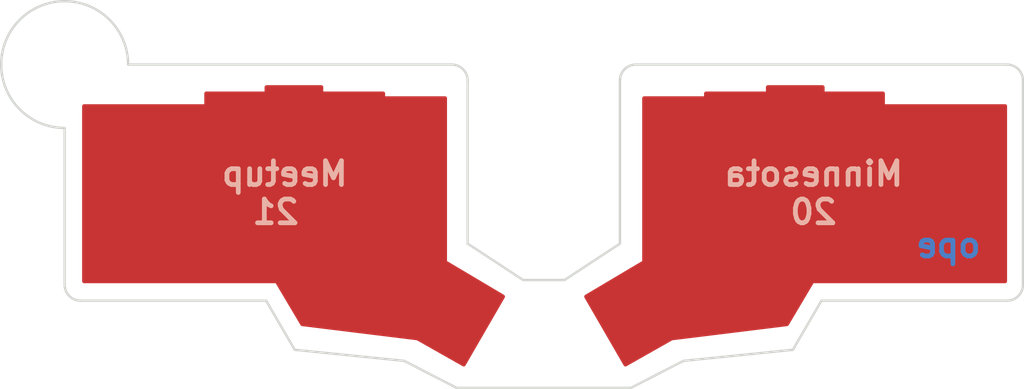
<source format=kicad_pcb>
(kicad_pcb (version 20171130) (host pcbnew "(5.1.10-1-10_14)")

  (general
    (thickness 1.6)
    (drawings 29)
    (tracks 0)
    (zones 0)
    (modules 43)
    (nets 1)
  )

  (page A4)
  (layers
    (0 F.Cu signal)
    (31 B.Cu signal)
    (32 B.Adhes user)
    (33 F.Adhes user)
    (34 B.Paste user)
    (35 F.Paste user)
    (36 B.SilkS user)
    (37 F.SilkS user)
    (38 B.Mask user)
    (39 F.Mask user)
    (40 Dwgs.User user hide)
    (41 Cmts.User user)
    (42 Eco1.User user)
    (43 Eco2.User user)
    (44 Edge.Cuts user)
    (45 Margin user)
    (46 B.CrtYd user)
    (47 F.CrtYd user)
    (48 B.Fab user)
    (49 F.Fab user hide)
  )

  (setup
    (last_trace_width 0.25)
    (trace_clearance 0.2)
    (zone_clearance 0)
    (zone_45_only no)
    (trace_min 0.2)
    (via_size 0.8)
    (via_drill 0.4)
    (via_min_size 0.4)
    (via_min_drill 0.3)
    (uvia_size 0.3)
    (uvia_drill 0.1)
    (uvias_allowed no)
    (uvia_min_size 0.2)
    (uvia_min_drill 0.1)
    (edge_width 0.15)
    (segment_width 0.15)
    (pcb_text_width 0.3)
    (pcb_text_size 1.5 1.5)
    (mod_edge_width 0.15)
    (mod_text_size 1 1)
    (mod_text_width 0.15)
    (pad_size 3 4.5)
    (pad_drill 0)
    (pad_to_mask_clearance 0)
    (aux_axis_origin 0 0)
    (visible_elements 7FFFFFFF)
    (pcbplotparams
      (layerselection 0x010fc_ffffffff)
      (usegerberextensions false)
      (usegerberattributes false)
      (usegerberadvancedattributes false)
      (creategerberjobfile false)
      (excludeedgelayer true)
      (linewidth 0.100000)
      (plotframeref false)
      (viasonmask false)
      (mode 1)
      (useauxorigin false)
      (hpglpennumber 1)
      (hpglpenspeed 20)
      (hpglpendiameter 15.000000)
      (psnegative false)
      (psa4output false)
      (plotreference true)
      (plotvalue true)
      (plotinvisibletext false)
      (padsonsilk false)
      (subtractmaskfromsilk false)
      (outputformat 1)
      (mirror false)
      (drillshape 0)
      (scaleselection 1)
      (outputdirectory "Gerber"))
  )

  (net 0 "")

  (net_class Default "This is the default net class."
    (clearance 0.2)
    (trace_width 0.25)
    (via_dia 0.8)
    (via_drill 0.4)
    (uvia_dia 0.3)
    (uvia_drill 0.1)
  )

  (module random-keyboard-parts:Plate_hole_4mm (layer F.Cu) (tedit 5DBC5A61) (tstamp 611E3538)
    (at 220.6873 113.7939)
    (fp_text reference Ref** (at -0.0127 1.2065) (layer Dwgs.User) hide
      (effects (font (size 1 1) (thickness 0.15)))
    )
    (fp_text value Plate_hole_4mm (at 0 -0.5) (layer F.Fab)
      (effects (font (size 1 1) (thickness 0.15)))
    )
    (pad "" np_thru_hole circle (at 0.0127 -1.9939) (size 4 4) (drill 4) (layers *.Cu *.Mask))
  )

  (module locallib:Pad-1U (layer F.Cu) (tedit 5C08844F) (tstamp 611E3098)
    (at 223.7 123.82)
    (fp_text reference REF** (at 0 0.5 -180) (layer Dwgs.User) hide
      (effects (font (size 1 1) (thickness 0.15)))
    )
    (fp_text value Pad-1U (at 0 -0.5 -180) (layer F.Fab) hide
      (effects (font (size 1 1) (thickness 0.15)))
    )
    (pad "" smd rect (at 0 0) (size 3 3) (layers F.Mask)
      (solder_mask_margin -0.1))
  )

  (module locallib:Pad-1U (layer F.Cu) (tedit 5C08844F) (tstamp 611E3091)
    (at 223.7 116.2)
    (fp_text reference REF** (at 0 0.5 -180) (layer Dwgs.User) hide
      (effects (font (size 1 1) (thickness 0.15)))
    )
    (fp_text value Pad-1U (at 0 -0.5 -180) (layer F.Fab) hide
      (effects (font (size 1 1) (thickness 0.15)))
    )
    (pad "" smd rect (at 0 0) (size 3 3) (layers F.Mask)
      (solder_mask_margin -0.1))
  )

  (module locallib:Pad-1U (layer F.Cu) (tedit 5C08844F) (tstamp 611E308C)
    (at 223.7 120.01)
    (fp_text reference REF** (at 0 0.5 -180) (layer Dwgs.User) hide
      (effects (font (size 1 1) (thickness 0.15)))
    )
    (fp_text value Pad-1U (at 0 -0.5 -180) (layer F.Fab) hide
      (effects (font (size 1 1) (thickness 0.15)))
    )
    (pad "" smd rect (at 0 0) (size 3 3) (layers F.Mask)
      (solder_mask_margin -0.1))
  )

  (module locallib:Pad-1U (layer F.Cu) (tedit 5C08844F) (tstamp 611E3082)
    (at 231.39 122.8725)
    (fp_text reference REF** (at 0 0.5 -180) (layer Dwgs.User) hide
      (effects (font (size 1 1) (thickness 0.15)))
    )
    (fp_text value Pad-1U (at 0 -0.5 -180) (layer F.Fab) hide
      (effects (font (size 1 1) (thickness 0.15)))
    )
    (pad "" smd rect (at 0 0) (size 3 3) (layers F.Mask)
      (solder_mask_margin -0.1))
  )

  (module locallib:Pad-1U (layer F.Cu) (tedit 5C08844F) (tstamp 611E307E)
    (at 239.01 119.0625)
    (fp_text reference REF** (at 0 0.5 -180) (layer Dwgs.User) hide
      (effects (font (size 1 1) (thickness 0.15)))
    )
    (fp_text value Pad-1U (at 0 -0.5 -180) (layer F.Fab) hide
      (effects (font (size 1 1) (thickness 0.15)))
    )
    (pad "" smd rect (at 0 0) (size 3 3) (layers F.Mask)
      (solder_mask_margin -0.1))
  )

  (module locallib:Pad-1U (layer F.Cu) (tedit 5C08844F) (tstamp 611E307A)
    (at 239.01 122.8725)
    (fp_text reference REF** (at 0 0.5 -180) (layer Dwgs.User) hide
      (effects (font (size 1 1) (thickness 0.15)))
    )
    (fp_text value Pad-1U (at 0 -0.5 -180) (layer F.Fab) hide
      (effects (font (size 1 1) (thickness 0.15)))
    )
    (pad "" smd rect (at 0 0) (size 3 3) (layers F.Mask)
      (solder_mask_margin -0.1))
  )

  (module locallib:Pad-1U (layer F.Cu) (tedit 5C08844F) (tstamp 611E3076)
    (at 242.82 123.34875)
    (fp_text reference REF** (at 0 0.5 -180) (layer Dwgs.User) hide
      (effects (font (size 1 1) (thickness 0.15)))
    )
    (fp_text value Pad-1U (at 0 -0.5 -180) (layer F.Fab) hide
      (effects (font (size 1 1) (thickness 0.15)))
    )
    (pad "" smd rect (at 0 0) (size 3 3) (layers F.Mask)
      (solder_mask_margin -0.1))
  )

  (module locallib:Pad-1U (layer F.Cu) (tedit 5C08844F) (tstamp 611E3072)
    (at 235.2 122.39625)
    (fp_text reference REF** (at 0 0.5 -180) (layer Dwgs.User) hide
      (effects (font (size 1 1) (thickness 0.15)))
    )
    (fp_text value Pad-1U (at 0 -0.5 -180) (layer F.Fab) hide
      (effects (font (size 1 1) (thickness 0.15)))
    )
    (pad "" smd rect (at 0 0) (size 3 3) (layers F.Mask)
      (solder_mask_margin -0.1))
  )

  (module locallib:Pad-1U (layer F.Cu) (tedit 5C08844F) (tstamp 611E306E)
    (at 231.39 119.0625)
    (fp_text reference REF** (at 0 0.5 -180) (layer Dwgs.User) hide
      (effects (font (size 1 1) (thickness 0.15)))
    )
    (fp_text value Pad-1U (at 0 -0.5 -180) (layer F.Fab) hide
      (effects (font (size 1 1) (thickness 0.15)))
    )
    (pad "" smd rect (at 0 0) (size 3 3) (layers F.Mask)
      (solder_mask_margin -0.1))
  )

  (module locallib:Pad-1U (layer F.Cu) (tedit 5C08844F) (tstamp 611E306A)
    (at 242.82 115.72875)
    (fp_text reference REF** (at 0 0.5 -180) (layer Dwgs.User) hide
      (effects (font (size 1 1) (thickness 0.15)))
    )
    (fp_text value Pad-1U (at 0 -0.5 -180) (layer F.Fab) hide
      (effects (font (size 1 1) (thickness 0.15)))
    )
    (pad "" smd rect (at 0 0) (size 3 3) (layers F.Mask)
      (solder_mask_margin -0.1))
  )

  (module locallib:Pad-1U (layer F.Cu) (tedit 5C08844F) (tstamp 611E3066)
    (at 242.82 119.53875)
    (fp_text reference REF** (at 0 0.5 -180) (layer Dwgs.User) hide
      (effects (font (size 1 1) (thickness 0.15)))
    )
    (fp_text value Pad-1U (at 0 -0.5 -180) (layer F.Fab) hide
      (effects (font (size 1 1) (thickness 0.15)))
    )
    (pad "" smd rect (at 0 0) (size 3 3) (layers F.Mask)
      (solder_mask_margin -0.1))
  )

  (module locallib:Pad-1U (layer F.Cu) (tedit 5C08844F) (tstamp 611E3062)
    (at 239.01 115.2525)
    (fp_text reference REF** (at 0 0.5 -180) (layer Dwgs.User) hide
      (effects (font (size 1 1) (thickness 0.15)))
    )
    (fp_text value Pad-1U (at 0 -0.5 -180) (layer F.Fab) hide
      (effects (font (size 1 1) (thickness 0.15)))
    )
    (pad "" smd rect (at 0 0) (size 3 3) (layers F.Mask)
      (solder_mask_margin -0.1))
  )

  (module locallib:Pad-1U (layer F.Cu) (tedit 5C08844F) (tstamp 611E305E)
    (at 231.39 115.2525)
    (fp_text reference REF** (at 0 0.5 -180) (layer Dwgs.User) hide
      (effects (font (size 1 1) (thickness 0.15)))
    )
    (fp_text value Pad-1U (at 0 -0.5 180) (layer B.Fab) hide
      (effects (font (size 1 1) (thickness 0.15)) (justify mirror))
    )
    (pad "" smd rect (at 0 0) (size 3 3) (layers F.Mask)
      (solder_mask_margin -0.1))
  )

  (module locallib:Pad-1U (layer F.Cu) (tedit 5C08844F) (tstamp 611E305A)
    (at 235.2 114.77625)
    (fp_text reference REF** (at 0 0.5 -180) (layer Dwgs.User) hide
      (effects (font (size 1 1) (thickness 0.15)))
    )
    (fp_text value Pad-1U (at 0 -0.5 -180) (layer F.Fab) hide
      (effects (font (size 1 1) (thickness 0.15)))
    )
    (pad "" smd rect (at 0 0) (size 3 3) (layers F.Mask)
      (solder_mask_margin -0.1))
  )

  (module locallib:Pad-1U (layer F.Cu) (tedit 5C08844F) (tstamp 611E3056)
    (at 227.58 116.205)
    (fp_text reference REF** (at 0 0.5 -180) (layer Dwgs.User) hide
      (effects (font (size 1 1) (thickness 0.15)))
    )
    (fp_text value Pad-1U (at 0 -0.5 -180) (layer F.Fab) hide
      (effects (font (size 1 1) (thickness 0.15)))
    )
    (pad "" smd rect (at 0 0) (size 3 3) (layers F.Mask)
      (solder_mask_margin -0.1))
  )

  (module locallib:Pad-1U (layer F.Cu) (tedit 5C08844F) (tstamp 611E3052)
    (at 235.2 118.58625)
    (fp_text reference REF** (at 0 0.5 -180) (layer Dwgs.User) hide
      (effects (font (size 1 1) (thickness 0.15)))
    )
    (fp_text value Pad-1U (at 0 -0.5 -180) (layer F.Fab) hide
      (effects (font (size 1 1) (thickness 0.15)))
    )
    (pad "" smd rect (at 0 0) (size 3 3) (layers F.Mask)
      (solder_mask_margin -0.1))
  )

  (module locallib:Pad-1U (layer F.Cu) (tedit 5C08844F) (tstamp 611E304E)
    (at 227.58 120.015)
    (fp_text reference REF** (at 0 0.5 -180) (layer Dwgs.User) hide
      (effects (font (size 1 1) (thickness 0.15)))
    )
    (fp_text value Pad-1U (at 0 -0.5 -180) (layer F.Fab) hide
      (effects (font (size 1 1) (thickness 0.15)))
    )
    (pad "" smd rect (at 0 0) (size 3 3) (layers F.Mask)
      (solder_mask_margin -0.1))
  )

  (module locallib:Pad-1U (layer F.Cu) (tedit 5C08844F) (tstamp 611E304A)
    (at 227.58 123.825)
    (fp_text reference REF** (at 0 0.5 -180) (layer Dwgs.User) hide
      (effects (font (size 1 1) (thickness 0.15)))
    )
    (fp_text value Pad-1U (at 0 -0.5 -180) (layer F.Fab) hide
      (effects (font (size 1 1) (thickness 0.15)))
    )
    (pad "" smd rect (at 0 0) (size 3 3) (layers F.Mask)
      (solder_mask_margin -0.1))
  )

  (module locallib:Pad-1U (layer F.Cu) (tedit 5C08844F) (tstamp 611E3046)
    (at 237.4 126.4)
    (fp_text reference REF** (at 0 0.5 -180) (layer Dwgs.User) hide
      (effects (font (size 1 1) (thickness 0.15)))
    )
    (fp_text value Pad-1U (at 0 -0.5 -180) (layer F.Fab) hide
      (effects (font (size 1 1) (thickness 0.15)))
    )
    (pad "" smd rect (at 0 0) (size 3 3) (layers F.Mask)
      (solder_mask_margin -0.1))
  )

  (module locallib:Pad-1U (layer F.Cu) (tedit 5C08844F) (tstamp 611E3042)
    (at 241.6 127.1 345)
    (fp_text reference REF** (at 0 0.5 165) (layer Dwgs.User) hide
      (effects (font (size 1 1) (thickness 0.15)))
    )
    (fp_text value Pad-1U (at 0 -0.5 165) (layer F.Fab) hide
      (effects (font (size 1 1) (thickness 0.15)))
    )
    (pad "" smd rect (at 0 0 345) (size 3 3) (layers F.Mask)
      (solder_mask_margin -0.1))
  )

  (module locallib:Pad-1U (layer F.Cu) (tedit 611DC171) (tstamp 611E303E)
    (at 245.7 127.7 330)
    (fp_text reference REF** (at 0 0.5 150) (layer Dwgs.User) hide
      (effects (font (size 1 1) (thickness 0.15)))
    )
    (fp_text value Pad-1U (at 0 -0.5 150) (layer F.Fab) hide
      (effects (font (size 1 1) (thickness 0.15)))
    )
    (pad "" smd rect (at 0 0 330) (size 3 4.5) (layers F.Mask)
      (solder_mask_margin -0.1))
  )

  (module locallib:Pad-1U (layer F.Cu) (tedit 5C08844F) (tstamp 611E2F66)
    (at 278.2 116.2 180)
    (fp_text reference REF** (at 0 0.5 180) (layer Dwgs.User) hide
      (effects (font (size 1 1) (thickness 0.15)))
    )
    (fp_text value Pad-1U (at 0 -0.5 180) (layer F.Fab) hide
      (effects (font (size 1 1) (thickness 0.15)))
    )
    (pad "" smd rect (at 0 0 180) (size 3 3) (layers F.Mask)
      (solder_mask_margin -0.1))
  )

  (module locallib:Pad-1U (layer F.Cu) (tedit 5C08844F) (tstamp 611E2F62)
    (at 278.2 120.01 180)
    (fp_text reference REF** (at 0 0.5 180) (layer Dwgs.User) hide
      (effects (font (size 1 1) (thickness 0.15)))
    )
    (fp_text value Pad-1U (at 0 -0.5 180) (layer F.Fab) hide
      (effects (font (size 1 1) (thickness 0.15)))
    )
    (pad "" smd rect (at 0 0 180) (size 3 3) (layers F.Mask)
      (solder_mask_margin -0.1))
  )

  (module locallib:Pad-1U (layer F.Cu) (tedit 5C08844F) (tstamp 611E2F5E)
    (at 278.2 123.82 180)
    (fp_text reference REF** (at 0 0.5 180) (layer Dwgs.User) hide
      (effects (font (size 1 1) (thickness 0.15)))
    )
    (fp_text value Pad-1U (at 0 -0.5 180) (layer F.Fab) hide
      (effects (font (size 1 1) (thickness 0.15)))
    )
    (pad "" smd rect (at 0 0 180) (size 3 3) (layers F.Mask)
      (solder_mask_margin -0.1))
  )

  (module locallib:Pad-1U (layer F.Cu) (tedit 611DC171) (tstamp 5C08C33D)
    (at 256.2 127.7 30)
    (fp_text reference REF** (at 0 0.5 30) (layer Dwgs.User) hide
      (effects (font (size 1 1) (thickness 0.15)))
    )
    (fp_text value Pad-1U (at 0 -0.5 30) (layer F.Fab) hide
      (effects (font (size 1 1) (thickness 0.15)))
    )
    (pad "" smd rect (at 0 0 30) (size 3 4.5) (layers F.Mask)
      (solder_mask_margin -0.1))
  )

  (module locallib:Pad-1U (layer F.Cu) (tedit 5C08844F) (tstamp 5C08C339)
    (at 260.3 127.1 15)
    (fp_text reference REF** (at 0 0.5 15) (layer Dwgs.User) hide
      (effects (font (size 1 1) (thickness 0.15)))
    )
    (fp_text value Pad-1U (at 0 -0.5 15) (layer F.Fab) hide
      (effects (font (size 1 1) (thickness 0.15)))
    )
    (pad "" smd rect (at 0 0 15) (size 3 3) (layers F.Mask)
      (solder_mask_margin -0.1))
  )

  (module locallib:Pad-1U (layer F.Cu) (tedit 5C08844F) (tstamp 5C08C311)
    (at 264.5 126.4 180)
    (fp_text reference REF** (at 0 0.5 180) (layer Dwgs.User) hide
      (effects (font (size 1 1) (thickness 0.15)))
    )
    (fp_text value Pad-1U (at 0 -0.5 180) (layer F.Fab) hide
      (effects (font (size 1 1) (thickness 0.15)))
    )
    (pad "" smd rect (at 0 0 180) (size 3 3) (layers F.Mask)
      (solder_mask_margin -0.1))
  )

  (module locallib:Pad-1U (layer F.Cu) (tedit 5C08844F) (tstamp 5C08C309)
    (at 274.32 123.825 180)
    (fp_text reference REF** (at 0 0.5 180) (layer Dwgs.User) hide
      (effects (font (size 1 1) (thickness 0.15)))
    )
    (fp_text value Pad-1U (at 0 -0.5 180) (layer F.Fab) hide
      (effects (font (size 1 1) (thickness 0.15)))
    )
    (pad "" smd rect (at 0 0 180) (size 3 3) (layers F.Mask)
      (solder_mask_margin -0.1))
  )

  (module locallib:Pad-1U (layer F.Cu) (tedit 5C08844F) (tstamp 5C08C305)
    (at 274.32 120.015 180)
    (fp_text reference REF** (at 0 0.5 180) (layer Dwgs.User) hide
      (effects (font (size 1 1) (thickness 0.15)))
    )
    (fp_text value Pad-1U (at 0 -0.5 180) (layer F.Fab) hide
      (effects (font (size 1 1) (thickness 0.15)))
    )
    (pad "" smd rect (at 0 0 180) (size 3 3) (layers F.Mask)
      (solder_mask_margin -0.1))
  )

  (module locallib:Pad-1U (layer F.Cu) (tedit 5C08844F) (tstamp 5C08C2FD)
    (at 266.7 118.58625 180)
    (fp_text reference REF** (at 0 0.5 180) (layer Dwgs.User) hide
      (effects (font (size 1 1) (thickness 0.15)))
    )
    (fp_text value Pad-1U (at 0 -0.5 180) (layer F.Fab) hide
      (effects (font (size 1 1) (thickness 0.15)))
    )
    (pad "" smd rect (at 0 0 180) (size 3 3) (layers F.Mask)
      (solder_mask_margin -0.1))
  )

  (module locallib:Pad-1U (layer F.Cu) (tedit 5C08844F) (tstamp 5C08C2F9)
    (at 274.32 116.205 180)
    (fp_text reference REF** (at 0 0.5 180) (layer Dwgs.User) hide
      (effects (font (size 1 1) (thickness 0.15)))
    )
    (fp_text value Pad-1U (at 0 -0.5 180) (layer F.Fab) hide
      (effects (font (size 1 1) (thickness 0.15)))
    )
    (pad "" smd rect (at 0 0 180) (size 3 3) (layers F.Mask)
      (solder_mask_margin -0.1))
  )

  (module locallib:Pad-1U (layer F.Cu) (tedit 5C08844F) (tstamp 5C08C2F1)
    (at 266.7 114.77625 180)
    (fp_text reference REF** (at 0 0.5 180) (layer Dwgs.User) hide
      (effects (font (size 1 1) (thickness 0.15)))
    )
    (fp_text value Pad-1U (at 0 -0.5 180) (layer F.Fab) hide
      (effects (font (size 1 1) (thickness 0.15)))
    )
    (pad "" smd rect (at 0 0 180) (size 3 3) (layers F.Mask)
      (solder_mask_margin -0.1))
  )

  (module locallib:Pad-1U (layer F.Cu) (tedit 5C08844F) (tstamp 5C08C2E5)
    (at 270.51 115.2525 180)
    (fp_text reference REF** (at 0 0.5 180) (layer Dwgs.User) hide
      (effects (font (size 1 1) (thickness 0.15)))
    )
    (fp_text value Pad-1U (at 0 -0.5 180) (layer F.Fab) hide
      (effects (font (size 1 1) (thickness 0.15)))
    )
    (pad "" smd rect (at 0 0 180) (size 3 3) (layers F.Mask)
      (solder_mask_margin -0.1))
  )

  (module locallib:Pad-1U (layer F.Cu) (tedit 5C08844F) (tstamp 5C08C2E1)
    (at 262.89 115.2525 180)
    (fp_text reference REF** (at 0 0.5 180) (layer Dwgs.User) hide
      (effects (font (size 1 1) (thickness 0.15)))
    )
    (fp_text value Pad-1U (at 0 -0.5 180) (layer F.Fab) hide
      (effects (font (size 1 1) (thickness 0.15)))
    )
    (pad "" smd rect (at 0 0 180) (size 3 3) (layers F.Mask)
      (solder_mask_margin -0.1))
  )

  (module locallib:Pad-1U (layer F.Cu) (tedit 5C08844F) (tstamp 5C08C2D9)
    (at 259.08 119.53875 180)
    (fp_text reference REF** (at 0 0.5 180) (layer Dwgs.User) hide
      (effects (font (size 1 1) (thickness 0.15)))
    )
    (fp_text value Pad-1U (at 0 -0.5 180) (layer F.Fab) hide
      (effects (font (size 1 1) (thickness 0.15)))
    )
    (pad "" smd rect (at 0 0 180) (size 3 3) (layers F.Mask)
      (solder_mask_margin -0.1))
  )

  (module locallib:Pad-1U (layer F.Cu) (tedit 5C08844F) (tstamp 5C08C2D5)
    (at 259.08 115.72875 180)
    (fp_text reference REF** (at 0 0.5 180) (layer Dwgs.User) hide
      (effects (font (size 1 1) (thickness 0.15)))
    )
    (fp_text value Pad-1U (at 0 -0.5 180) (layer F.Fab) hide
      (effects (font (size 1 1) (thickness 0.15)))
    )
    (pad "" smd rect (at 0 0 180) (size 3 3) (layers F.Mask)
      (solder_mask_margin -0.1))
  )

  (module locallib:Pad-1U (layer F.Cu) (tedit 5C08844F) (tstamp 5C08C2D1)
    (at 270.51 119.0625 180)
    (fp_text reference REF** (at 0 0.5 180) (layer Dwgs.User) hide
      (effects (font (size 1 1) (thickness 0.15)))
    )
    (fp_text value Pad-1U (at 0 -0.5 180) (layer F.Fab) hide
      (effects (font (size 1 1) (thickness 0.15)))
    )
    (pad "" smd rect (at 0 0 180) (size 3 3) (layers F.Mask)
      (solder_mask_margin -0.1))
  )

  (module locallib:Pad-1U (layer F.Cu) (tedit 5C08844F) (tstamp 5C08C2CD)
    (at 266.7 122.39625 180)
    (fp_text reference REF** (at 0 0.5 180) (layer Dwgs.User) hide
      (effects (font (size 1 1) (thickness 0.15)))
    )
    (fp_text value Pad-1U (at 0 -0.5 180) (layer F.Fab) hide
      (effects (font (size 1 1) (thickness 0.15)))
    )
    (pad "" smd rect (at 0 0 180) (size 3 3) (layers F.Mask)
      (solder_mask_margin -0.1))
  )

  (module locallib:Pad-1U (layer F.Cu) (tedit 5C08844F) (tstamp 5C08C2C9)
    (at 259.08 123.34875 180)
    (fp_text reference REF** (at 0 0.5 180) (layer Dwgs.User) hide
      (effects (font (size 1 1) (thickness 0.15)))
    )
    (fp_text value Pad-1U (at 0 -0.5 180) (layer F.Fab) hide
      (effects (font (size 1 1) (thickness 0.15)))
    )
    (pad "" smd rect (at 0 0 180) (size 3 3) (layers F.Mask)
      (solder_mask_margin -0.1))
  )

  (module locallib:Pad-1U (layer F.Cu) (tedit 5C08844F) (tstamp 5C08C2C5)
    (at 262.89 122.8725 180)
    (fp_text reference REF** (at 0 0.5 180) (layer Dwgs.User) hide
      (effects (font (size 1 1) (thickness 0.15)))
    )
    (fp_text value Pad-1U (at 0 -0.5 180) (layer F.Fab) hide
      (effects (font (size 1 1) (thickness 0.15)))
    )
    (pad "" smd rect (at 0 0 180) (size 3 3) (layers F.Mask)
      (solder_mask_margin -0.1))
  )

  (module locallib:Pad-1U (layer F.Cu) (tedit 5C08844F) (tstamp 5C08C2C1)
    (at 262.89 119.0625 180)
    (fp_text reference REF** (at 0 0.5 180) (layer Dwgs.User) hide
      (effects (font (size 1 1) (thickness 0.15)))
    )
    (fp_text value Pad-1U (at 0 -0.5 180) (layer F.Fab) hide
      (effects (font (size 1 1) (thickness 0.15)))
    )
    (pad "" smd rect (at 0 0 180) (size 3 3) (layers F.Mask)
      (solder_mask_margin -0.1))
  )

  (module locallib:Pad-1U (layer F.Cu) (tedit 5C08844F) (tstamp 5C08C2BD)
    (at 270.51 122.8725 180)
    (fp_text reference REF** (at 0 0.5 180) (layer Dwgs.User) hide
      (effects (font (size 1 1) (thickness 0.15)))
    )
    (fp_text value Pad-1U (at 0 -0.5 180) (layer F.Fab) hide
      (effects (font (size 1 1) (thickness 0.15)))
    )
    (pad "" smd rect (at 0 0 180) (size 3 3) (layers F.Mask)
      (solder_mask_margin -0.1))
  )

  (gr_text ope (at 276.4 123.2) (layer B.Mask) (tstamp 611E3786)
    (effects (font (size 1.5 1.5) (thickness 0.375)) (justify mirror))
  )
  (gr_text ope (at 276.4 123.2) (layer B.Cu)
    (effects (font (size 1.5 1.5) (thickness 0.3)) (justify mirror))
  )
  (gr_arc (start 280.1 112.8) (end 280.1 111.8) (angle 90) (layer Edge.Cuts) (width 0.15) (tstamp 611E375F))
  (gr_line (start 245.4 132.2) (end 256.4 132.2) (layer Edge.Cuts) (width 0.15) (tstamp 611E3549))
  (gr_line (start 252.2 125.4) (end 249.6 125.4) (layer Edge.Cuts) (width 0.15) (tstamp 611E3548))
  (gr_arc (start 220.7 111.8) (end 224.7 111.8) (angle -270) (layer Edge.Cuts) (width 0.15))
  (gr_line (start 255.7 112.8) (end 255.7 123.1) (layer Edge.Cuts) (width 0.15) (tstamp 611E34EE))
  (gr_line (start 255.7 123.1) (end 252.2 125.4) (layer Edge.Cuts) (width 0.15) (tstamp 611E34ED))
  (gr_line (start 256.4 132.2) (end 259.7 130.5) (layer Edge.Cuts) (width 0.15) (tstamp 611E34EC))
  (gr_line (start 268.4 126.7) (end 280.1 126.7) (layer Edge.Cuts) (width 0.15) (tstamp 611E34EB))
  (gr_line (start 281.1 125.7) (end 281.1 112.8) (layer Edge.Cuts) (width 0.15) (tstamp 611E34EA))
  (gr_line (start 280.1 111.8) (end 256.7 111.8) (layer Edge.Cuts) (width 0.15) (tstamp 611E34E7))
  (gr_arc (start 280.1 125.7) (end 281.1 125.7) (angle 90) (layer Edge.Cuts) (width 0.15) (tstamp 611E34E3))
  (gr_arc (start 256.7 112.8) (end 255.7 112.8) (angle 90) (layer Edge.Cuts) (width 0.15) (tstamp 611E34E2))
  (gr_arc (start 221.7 125.7) (end 220.7 125.7) (angle -90) (layer Edge.Cuts) (width 0.15) (tstamp 611E3491))
  (gr_arc (start 245.1 112.8) (end 246.1 112.8) (angle -90) (layer Edge.Cuts) (width 0.15))
  (gr_line (start 266.6 129.8) (end 268.4 126.7) (layer Edge.Cuts) (width 0.15) (tstamp 611E3450))
  (gr_line (start 259.7 130.5) (end 266.6 129.8) (layer Edge.Cuts) (width 0.15) (tstamp 611E344F))
  (gr_line (start 245.4 132.2) (end 242.1 130.5) (layer Edge.Cuts) (width 0.15) (tstamp 611E3097))
  (gr_line (start 233.4 126.7) (end 221.7 126.7) (layer Edge.Cuts) (width 0.15) (tstamp 611E3096))
  (gr_line (start 220.7 125.7) (end 220.7 115.8) (layer Edge.Cuts) (width 0.15) (tstamp 611E3095))
  (gr_line (start 235.2 129.8) (end 233.4 126.7) (layer Edge.Cuts) (width 0.15) (tstamp 611E3090))
  (gr_line (start 242.1 130.5) (end 235.2 129.8) (layer Edge.Cuts) (width 0.15) (tstamp 611E308A))
  (gr_line (start 224.7 111.8) (end 245.1 111.8) (layer Edge.Cuts) (width 0.15) (tstamp 611E3089))
  (gr_line (start 246.1 112.8) (end 246.1 123.1) (layer Edge.Cuts) (width 0.15) (tstamp 611E3087))
  (gr_line (start 246.1 123.1) (end 249.6 125.4) (layer Edge.Cuts) (width 0.15) (tstamp 611E3086))
  (gr_text "Meetup \n21" (at 234 119.9) (layer B.SilkS) (tstamp 611E303D)
    (effects (font (size 1.5 1.5) (thickness 0.3)) (justify mirror))
  )
  (dimension 1.905 (width 0.3) (layer Dwgs.User)
    (gr_text "1.905 mm" (at 146.20875 10.75875) (layer Dwgs.User)
      (effects (font (size 1.5 1.5) (thickness 0.3)))
    )
    (feature1 (pts (xy 145.25625 12.85875) (xy 145.25625 12.272329)))
    (feature2 (pts (xy 147.16125 12.85875) (xy 147.16125 12.272329)))
    (crossbar (pts (xy 147.16125 12.85875) (xy 145.25625 12.85875)))
    (arrow1a (pts (xy 145.25625 12.85875) (xy 146.382754 12.272329)))
    (arrow1b (pts (xy 145.25625 12.85875) (xy 146.382754 13.445171)))
    (arrow2a (pts (xy 147.16125 12.85875) (xy 146.034746 12.272329)))
    (arrow2b (pts (xy 147.16125 12.85875) (xy 146.034746 13.445171)))
  )
  (gr_text "Minnesota\n20" (at 267.9 119.9) (layer B.SilkS)
    (effects (font (size 1.5 1.5) (thickness 0.3)) (justify mirror))
  )

  (zone (net 0) (net_name "") (layer F.Cu) (tstamp 611E3793) (hatch edge 0.508)
    (connect_pads (clearance 0))
    (min_thickness 0.254)
    (fill yes (arc_segments 32) (thermal_gap 0.508) (thermal_bridge_width 0.508))
    (polygon
      (pts
        (xy 268.6 113.5) (xy 272.4 113.5) (xy 272.4 114.3) (xy 280.1 114.3) (xy 280.1 125.6)
        (xy 267.9 125.6) (xy 266.3 128.3) (xy 259 129.2) (xy 256 130.9) (xy 253.4 126.4)
        (xy 257.1 124.2) (xy 257.1 113.8) (xy 261 113.8) (xy 261 113.5) (xy 264.9 113.5)
        (xy 264.9 113.1) (xy 268.6 113.1)
      )
    )
    (filled_polygon
      (pts
        (xy 268.473 113.5) (xy 268.47544 113.524776) (xy 268.482667 113.548601) (xy 268.494403 113.570557) (xy 268.510197 113.589803)
        (xy 268.529443 113.605597) (xy 268.551399 113.617333) (xy 268.575224 113.62456) (xy 268.6 113.627) (xy 272.273 113.627)
        (xy 272.273 114.3) (xy 272.27544 114.324776) (xy 272.282667 114.348601) (xy 272.294403 114.370557) (xy 272.310197 114.389803)
        (xy 272.329443 114.405597) (xy 272.351399 114.417333) (xy 272.375224 114.42456) (xy 272.4 114.427) (xy 279.973 114.427)
        (xy 279.973 125.473) (xy 267.9 125.473) (xy 267.875224 125.47544) (xy 267.851399 125.482667) (xy 267.829443 125.494403)
        (xy 267.810197 125.510197) (xy 267.790743 125.535255) (xy 266.222546 128.181587) (xy 258.98446 129.073954) (xy 258.960168 129.079408)
        (xy 258.937387 129.089507) (xy 256.046959 130.727416) (xy 253.57271 126.445062) (xy 257.164907 124.309161) (xy 257.184956 124.294401)
        (xy 257.20174 124.276013) (xy 257.214614 124.254704) (xy 257.223084 124.231293) (xy 257.227 124.2) (xy 257.227 113.927)
        (xy 261 113.927) (xy 261.024776 113.92456) (xy 261.048601 113.917333) (xy 261.070557 113.905597) (xy 261.089803 113.889803)
        (xy 261.105597 113.870557) (xy 261.117333 113.848601) (xy 261.12456 113.824776) (xy 261.127 113.8) (xy 261.127 113.627)
        (xy 264.9 113.627) (xy 264.924776 113.62456) (xy 264.948601 113.617333) (xy 264.970557 113.605597) (xy 264.989803 113.589803)
        (xy 265.005597 113.570557) (xy 265.017333 113.548601) (xy 265.02456 113.524776) (xy 265.027 113.5) (xy 265.027 113.227)
        (xy 268.473 113.227)
      )
    )
  )
  (zone (net 0) (net_name "") (layer F.Cu) (tstamp 611E3790) (hatch edge 0.508)
    (connect_pads (clearance 0))
    (min_thickness 0.254)
    (fill yes (arc_segments 32) (thermal_gap 0.508) (thermal_bridge_width 0.508))
    (polygon
      (pts
        (xy 233.3 113.5) (xy 229.5 113.5) (xy 229.5 114.3) (xy 221.8 114.3) (xy 221.8 125.6)
        (xy 234 125.6) (xy 235.6 128.3) (xy 242.9 129.2) (xy 245.9 130.9) (xy 248.5 126.4)
        (xy 244.8 124.2) (xy 244.8 113.8) (xy 240.9 113.8) (xy 240.9 113.5) (xy 237 113.5)
        (xy 237 113.1) (xy 233.3 113.1)
      )
    )
    (filled_polygon
      (pts
        (xy 236.873 113.5) (xy 236.87544 113.524776) (xy 236.882667 113.548601) (xy 236.894403 113.570557) (xy 236.910197 113.589803)
        (xy 236.929443 113.605597) (xy 236.951399 113.617333) (xy 236.975224 113.62456) (xy 237 113.627) (xy 240.773 113.627)
        (xy 240.773 113.8) (xy 240.77544 113.824776) (xy 240.782667 113.848601) (xy 240.794403 113.870557) (xy 240.810197 113.889803)
        (xy 240.829443 113.905597) (xy 240.851399 113.917333) (xy 240.875224 113.92456) (xy 240.9 113.927) (xy 244.673 113.927)
        (xy 244.673 124.2) (xy 244.67544 124.224776) (xy 244.682667 124.248601) (xy 244.694403 124.270557) (xy 244.710197 124.289803)
        (xy 244.735093 124.309161) (xy 248.32729 126.445062) (xy 245.853041 130.727416) (xy 242.962613 129.089507) (xy 242.939853 129.079415)
        (xy 242.91554 129.073954) (xy 235.677454 128.181587) (xy 234.109257 125.535255) (xy 234.094527 125.515184) (xy 234.076164 125.498373)
        (xy 234.054874 125.485467) (xy 234.031475 125.476962) (xy 234 125.473) (xy 221.927 125.473) (xy 221.927 114.427)
        (xy 229.5 114.427) (xy 229.524776 114.42456) (xy 229.548601 114.417333) (xy 229.570557 114.405597) (xy 229.589803 114.389803)
        (xy 229.605597 114.370557) (xy 229.617333 114.348601) (xy 229.62456 114.324776) (xy 229.627 114.3) (xy 229.627 113.627)
        (xy 233.3 113.627) (xy 233.324776 113.62456) (xy 233.348601 113.617333) (xy 233.370557 113.605597) (xy 233.389803 113.589803)
        (xy 233.405597 113.570557) (xy 233.417333 113.548601) (xy 233.42456 113.524776) (xy 233.427 113.5) (xy 233.427 113.227)
        (xy 236.873 113.227)
      )
    )
  )
)

</source>
